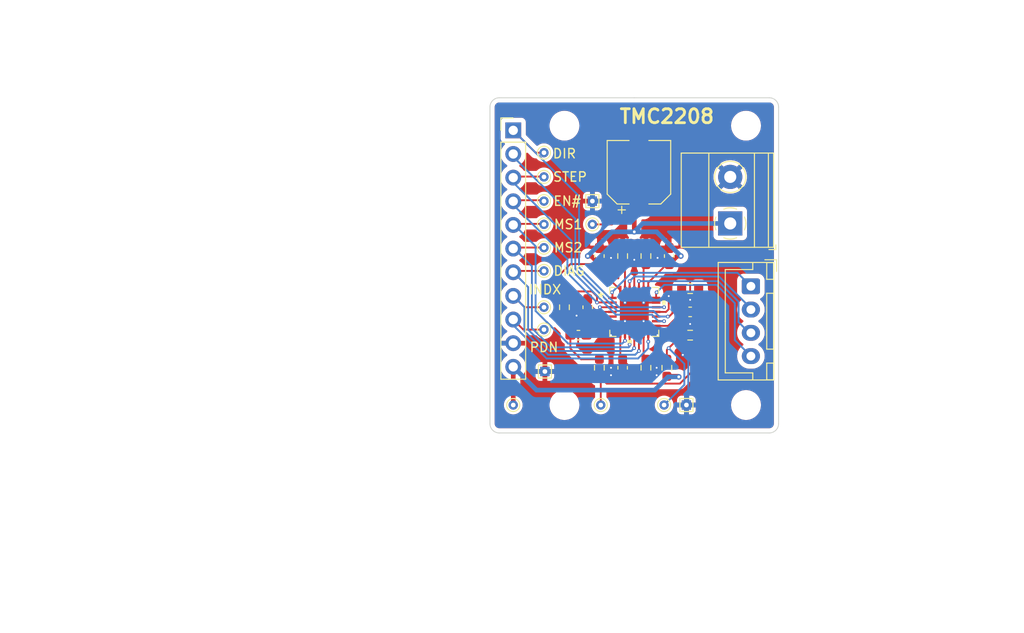
<source format=kicad_pcb>
(kicad_pcb (version 20211014) (generator pcbnew)
  (layers (0 "F.Cu" signal) (31 "B.Cu" signal) (34 "B.Paste" user) (35 "F.Paste" user) (36 "B.SilkS" user "B.Silkscreen") (37 "F.SilkS" user "F.Silkscreen") (38 "B.Mask" user) (39 "F.Mask" user) (44 "Edge.Cuts" user))
  (net 0 "")
  (net 1 "GND")
  (net 2 "+3V3")
  (net 3 "/VCC_IO")
  (net 4 "+5V")
  (net 5 "/CPI")
  (net 6 "/CPO")
  (net 7 "/VCP")
  (net 8 "/VS")
  (net 9 "/EN#")
  (net 10 "/DIR")
  (net 11 "/MS1")
  (net 12 "/MS2")
  (net 13 "/STEP")
  (net 14 "/DIAG")
  (net 15 "/INDEX")
  (net 16 "/PDN_UART")
  (net 17 "/OA1")
  (net 18 "/OA2")
  (net 19 "/OB1")
  (net 20 "/OB2")
  (net 21 "/BRB")
  (net 22 "/BRA")
  (net 23 "/VREF")
  (net 24 "/CLK")
  (footprint "TestPoint:TestPoint_THTPad_D1.0mm_Drill0.5mm" (layer "F.Cu") (at 147.3 43.9)
    (fp_text reference "TP2" hide)
    (fp_text value "DIR" (at 2.2 0.1) (layer "F.SilkS"))
    (fp_circle (center 0 0) (end 0 0.7) (layer "F.SilkS") (width 0.12) (fill none))
    (pad "1" thru_hole circle (at 0 0) (size 1 1) (drill 0.5) (layers *.Cu *.Mask) (net 10 "/DIR"))
  )
  (footprint "TestPoint:TestPoint_THTPad_1.0x1.0mm_Drill0.5mm" (layer "F.Cu") (at 152.5 49.1)
    (fp_text reference "TP20" hide)
    (fp_text value "TestPoint")
    (fp_line (start 0.7 -0.7) (end 0.7 0.7) (layer "F.SilkS") (width 0.12))
    (fp_line (start -0.7 0.7) (end -0.7 -0.7) (layer "F.SilkS") (width 0.12))
    (fp_line (start 0.7 0.7) (end -0.7 0.7) (layer "F.SilkS") (width 0.12))
    (fp_line (start -0.7 -0.7) (end 0.7 -0.7) (layer "F.SilkS") (width 0.12))
    (pad "1" thru_hole rect (at 0 0) (size 1 1) (drill 0.5) (layers *.Cu *.Mask) (net 1 "GND"))
  )
  (footprint "MountingHole:MountingHole_2.2mm_M2" (layer "F.Cu") (at 149.5 71)
    (fp_text reference "H2" hide)
    (fp_text value "MountingHole")
    (pad "" np_thru_hole circle (at 0 0) (size 2.2 2.2) (drill 2.2) (layers *.Cu *.Mask))
  )
  (footprint "Capacitor_SMD:C_0603_1608Metric_Pad1.08x0.95mm_HandSolder" (layer "F.Cu") (at 163 61)
    (fp_text reference "C4" hide)
    (fp_text value "100n")
    (fp_line (start -0.146267 -0.51) (end 0.146267 -0.51) (layer "F.SilkS") (width 0.12))
    (fp_line (start -0.146267 0.51) (end 0.146267 0.51) (layer "F.SilkS") (width 0.12))
    (pad "1" smd roundrect (at -0.8625 0) (size 1.075 0.95) (layers "F.Cu" "F.Paste" "F.Mask") (net 3 "/VCC_IO"))
    (pad "2" smd roundrect (at 0.8625 0) (size 1.075 0.95) (layers "F.Cu" "F.Paste" "F.Mask") (net 1 "GND"))
  )
  (footprint "TestPoint:TestPoint_THTPad_D1.0mm_Drill0.5mm" (layer "F.Cu") (at 153.4 71)
    (fp_text reference "TP15" hide)
    (fp_text value "TestPoint")
    (fp_circle (center 0 0) (end 0 0.7) (layer "F.SilkS") (width 0.12) (fill none))
    (pad "1" thru_hole circle (at 0 0) (size 1 1) (drill 0.5) (layers *.Cu *.Mask) (net 4 "+5V"))
  )
  (footprint "TestPoint:TestPoint_THTPad_D1.0mm_Drill0.5mm" (layer "F.Cu") (at 147.3 54.1)
    (fp_text reference "TP4" hide)
    (fp_text value "MS2" (at 2.6 0) (layer "F.SilkS"))
    (fp_circle (center 0 0) (end 0 0.7) (layer "F.SilkS") (width 0.12) (fill none))
    (pad "1" thru_hole circle (at 0 0) (size 1 1) (drill 0.5) (layers *.Cu *.Mask) (net 12 "/MS2"))
  )
  (footprint "Connector_JST:JST_XH_B4B-XH-A_1x04_P2.50mm_Vertical" (layer "F.Cu") (at 169.525 58.25 -90)
    (fp_text reference "J3" hide)
    (fp_text value "Conn_01x04")
    (fp_line (start -1.8 2.75) (end 3.75 2.75) (layer "F.SilkS") (width 0.12))
    (fp_line (start 6.75 -1.7) (end 6.75 -2.45) (layer "F.SilkS") (width 0.12))
    (fp_line (start 9.3 2.75) (end 3.75 2.75) (layer "F.SilkS") (width 0.12))
    (fp_line (start 9.3 -0.2) (end 9.3 2.75) (layer "F.SilkS") (width 0.12))
    (fp_line (start -2.56 3.51) (end 10.06 3.51) (layer "F.SilkS") (width 0.12))
    (fp_line (start 10.06 3.51) (end 10.06 -2.46) (layer "F.SilkS") (width 0.12))
    (fp_line (start -2.85 -2.75) (end -2.85 -1.5) (layer "F.SilkS") (width 0.12))
    (fp_line (start 10.05 -0.2) (end 9.3 -0.2) (layer "F.SilkS") (width 0.12))
    (fp_line (start -1.8 -0.2) (end -1.8 2.75) (layer "F.SilkS") (width 0.12))
    (fp_line (start 8.25 -2.45) (end 8.25 -1.7) (layer "F.SilkS") (width 0.12))
    (fp_line (start -2.55 -0.2) (end -1.8 -0.2) (layer "F.SilkS") (width 0.12))
    (fp_line (start 10.06 -2.46) (end -2.56 -2.46) (layer "F.SilkS") (width 0.12))
    (fp_line (start 10.05 -1.7) (end 10.05 -2.45) (layer "F.SilkS") (width 0.12))
    (fp_line (start -2.55 -2.45) (end -2.55 -1.7) (layer "F.SilkS") (width 0.12))
    (fp_line (start 0.75 -1.7) (end 6.75 -1.7) (layer "F.SilkS") (width 0.12))
    (fp_line (start 8.25 -1.7) (end 10.05 -1.7) (layer "F.SilkS") (width 0.12))
    (fp_line (start -2.55 -1.7) (end -0.75 -1.7) (layer "F.SilkS") (width 0.12))
    (fp_line (start -2.56 -2.46) (end -2.56 3.51) (layer "F.SilkS") (width 0.12))
    (fp_line (start 6.75 -2.45) (end 0.75 -2.45) (layer "F.SilkS") (width 0.12))
    (fp_line (start 0.75 -2.45) (end 0.75 -1.7) (layer "F.SilkS") (width 0.12))
    (fp_line (start -0.75 -1.7) (end -0.75 -2.45) (layer "F.SilkS") (width 0.12))
    (fp_line (start -1.6 -2.75) (end -2.85 -2.75) (layer "F.SilkS") (width 0.12))
    (fp_line (start 10.05 -2.45) (end 8.25 -2.45) (layer "F.SilkS") (width 0.12))
    (fp_line (start -0.75 -2.45) (end -2.55 -2.45) (layer "F.SilkS") (width 0.12))
    (pad "1" thru_hole roundrect (at 0 0 270) (size 1.7 1.95) (drill 0.95) (layers *.Cu *.Mask) (roundrect_rratio 0.1470588235) (net 20 "/OB2"))
    (pad "2" thru_hole oval (at 2.5 0 270) (size 1.7 1.95) (drill 0.95) (layers *.Cu *.Mask) (net 19 "/OB1"))
    (pad "3" thru_hole oval (at 5 0 270) (size 1.7 1.95) (drill 0.95) (layers *.Cu *.Mask) (net 17 "/OA1"))
    (pad "4" thru_hole oval (at 7.5 0 270) (size 1.7 1.95) (drill 0.95) (layers *.Cu *.Mask) (net 18 "/OA2"))
  )
  (footprint "TestPoint:TestPoint_THTPad_D1.0mm_Drill0.5mm" (layer "F.Cu") (at 147.3 56.6)
    (fp_text reference "TP6" hide)
    (fp_text value "DIAG" (at 2.7 0) (layer "F.SilkS"))
    (fp_circle (center 0 0) (end 0 0.7) (layer "F.SilkS") (width 0.12) (fill none))
    (pad "1" thru_hole circle (at 0 0) (size 1 1) (drill 0.5) (layers *.Cu *.Mask) (net 14 "/DIAG"))
  )
  (footprint "TestPoint:TestPoint_THTPad_1.0x1.0mm_Drill0.5mm" (layer "F.Cu") (at 162.6 71)
    (fp_text reference "TP19" hide)
    (fp_text value "TestPoint")
    (fp_line (start -0.7 -0.7) (end 0.7 -0.7) (layer "F.SilkS") (width 0.12))
    (fp_line (start -0.7 0.7) (end -0.7 -0.7) (layer "F.SilkS") (width 0.12))
    (fp_line (start 0.7 -0.7) (end 0.7 0.7) (layer "F.SilkS") (width 0.12))
    (fp_line (start 0.7 0.7) (end -0.7 0.7) (layer "F.SilkS") (width 0.12))
    (pad "1" thru_hole rect (at 0 0) (size 1 1) (drill 0.5) (layers *.Cu *.Mask) (net 1 "GND"))
  )
  (footprint "Resistor_SMD:R_0603_1608Metric_Pad0.98x0.95mm_HandSolder" (layer "F.Cu") (at 160.5 67 -90)
    (fp_text reference "R6" hide)
    (fp_text value "0")
    (fp_line (start -0.254724 0.5225) (end 0.254724 0.5225) (layer "F.SilkS") (width 0.12))
    (fp_line (start -0.254724 -0.5225) (end 0.254724 -0.5225) (layer "F.SilkS") (width 0.12))
    (pad "1" smd roundrect (at -0.9125 0 270) (size 0.975 0.95) (layers "F.Cu" "F.Paste" "F.Mask") (net 3 "/VCC_IO"))
    (pad "2" smd roundrect (at 0.9125 0 270) (size 0.975 0.95) (layers "F.Cu" "F.Paste" "F.Mask") (net 2 "+3V3"))
  )
  (footprint "Capacitor_SMD:C_0603_1608Metric_Pad1.08x0.95mm_HandSolder" (layer "F.Cu") (at 155.75 67 -90)
    (fp_text reference "C1" hide)
    (fp_text value "2.2u")
    (fp_line (start -0.146267 -0.51) (end 0.146267 -0.51) (layer "F.SilkS") (width 0.12))
    (fp_line (start -0.146267 0.51) (end 0.146267 0.51) (layer "F.SilkS") (width 0.12))
    (pad "1" smd roundrect (at -0.8625 0 270) (size 1.075 0.95) (layers "F.Cu" "F.Paste" "F.Mask") (net 4 "+5V"))
    (pad "2" smd roundrect (at 0.8625 0 270) (size 1.075 0.95) (layers "F.Cu" "F.Paste" "F.Mask") (net 1 "GND"))
  )
  (footprint "MountingHole:MountingHole_2.2mm_M2" (layer "F.Cu") (at 149.5 41)
    (fp_text reference "H1" hide)
    (fp_text value "MountingHole")
    (pad "" np_thru_hole circle (at 0 0) (size 2.2 2.2) (drill 2.2) (layers *.Cu *.Mask))
  )
  (footprint "TestPoint:TestPoint_THTPad_D1.0mm_Drill0.5mm" (layer "F.Cu") (at 147.3 49.1)
    (fp_text reference "TP1" hide)
    (fp_text value "EN#" (at 2.5 0) (layer "F.SilkS"))
    (fp_circle (center 0 0) (end 0 0.7) (layer "F.SilkS") (width 0.12) (fill none))
    (pad "1" thru_hole circle (at 0 0) (size 1 1) (drill 0.5) (layers *.Cu *.Mask) (net 9 "/EN#"))
  )
  (footprint "TMC2208-LA:TMC2208-LA" (layer "F.Cu") (at 157 61)
    (fp_text reference "U1")
    (fp_text value "TMC2208-LA" hide)
    (fp_text user "*" (at -3.5893 -1.5) (layer "F.SilkS"))
    (fp_line (start 2.6289 2.6289) (end 2.6289 1.96014) (layer "F.SilkS") (width 0.12))
    (fp_line (start 1.96014 2.6289) (end 2.6289 2.6289) (layer "F.SilkS") (width 0.12))
    (fp_line (start -2.6289 1.96014) (end -2.6289 2.6289) (layer "F.SilkS") (width 0.12))
    (fp_line (start 2.6289 -1.96014) (end 2.6289 -2.6289) (layer "F.SilkS") (width 0.12))
    (fp_line (start -2.6289 -2.6289) (end -2.6289 -1.96014) (layer "F.SilkS") (width 0.12))
    (fp_line (start -1.96014 -2.6289) (end -2.6289 -2.6289) (layer "F.SilkS") (width 0.12))
    (fp_line (start -2.6289 2.6289) (end -1.96014 2.6289) (layer "F.SilkS") (width 0.12))
    (fp_line (start 2.6289 -2.6289) (end 1.96014 -2.6289) (layer "F.SilkS") (width 0.12))
    (fp_poly (pts (xy 3.309899 -1.190501) (xy 3.309899 -0.809501) (xy 3.055899 -0.809501) (xy 3.055899 -1.190501)) (layer "F.SilkS") (width 0.1) (fill solid))
    (fp_poly (pts (xy -0.690499 3.055899) (xy -0.690499 3.309899) (xy -0.309499 3.309899) (xy -0.309499 3.055899)) (layer "F.SilkS") (width 0.1) (fill solid))
    (pad "1" smd rect (at -2.3471 -1.5 90) (size 0.2548 0.909599) (layers "F.Cu" "F.Paste" "F.Mask") (net 20 "/OB2"))
    (pad "2" smd rect (at -2.3471 -1.000001 90) (size 0.2548 0.909599) (layers "F.Cu" "F.Paste" "F.Mask") (net 9 "/EN#"))
    (pad "3" smd rect (at -2.3471 -0.499999 90) (size 0.2548 0.909599) (layers "F.Cu" "F.Paste" "F.Mask") (net 1 "GND"))
    (pad "4" smd rect (at -2.3471 0 90) (size 0.2548 0.909599) (layers "F.Cu" "F.Paste" "F.Mask") (net 6 "/CPO"))
    (pad "5" smd rect (at -2.3471 0.499999 90) (size 0.2548 0.909599) (layers "F.Cu" "F.Paste" "F.Mask") (net 5 "/CPI"))
    (pad "6" smd rect (at -2.3471 1.000001 90) (size 0.2548 0.909599) (layers "F.Cu" "F.Paste" "F.Mask") (net 7 "/VCP"))
    (pad "7" smd rect (at -2.3471 1.5 90) (size 0.2548 0.909599) (layers "F.Cu" "F.Paste" "F.Mask") (net 1 "GND"))
    (pad "8" smd rect (at -1.5 2.3471) (size 0.2548 0.909599) (layers "F.Cu" "F.Paste" "F.Mask") (net 4 "+5V"))
    (pad "9" smd rect (at -1.000001 2.3471) (size 0.2548 0.909599) (layers "F.Cu" "F.Paste" "F.Mask") (net 11 "/MS1"))
    (pad "10" smd rect (at -0.499999 2.3471) (size 0.2548 0.909599) (layers "F.Cu" "F.Paste" "F.Mask") (net 12 "/MS2"))
    (pad "11" smd rect (at 0 2.3471) (size 0.2548 0.909599) (layers "F.Cu" "F.Paste" "F.Mask") (net 14 "/DIAG"))
    (pad "12" smd rect (at 0.499999 2.3471) (size 0.2548 0.909599) (layers "F.Cu" "F.Paste" "F.Mask") (net 15 "/INDEX"))
    (pad "13" smd rect (at 1.000001 2.3471) (size 0.2548 0.909599) (layers "F.Cu" "F.Paste" "F.Mask") (net 24 "/CLK"))
    (pad "14" smd rect (at 1.5 2.3471) (size 0.2548 0.909599) (layers "F.Cu" "F.Paste" "F.Mask") (net 16 "/PDN_UART"))
    (pad "15" smd rect (at 2.3471 1.5 90) (size 0.2548 0.909599) (layers "F.Cu" "F.Paste" "F.Mask") (net 3 "/VCC_IO"))
    (pad "16" smd rect (at 2.3471 1.000001 90) (size 0.2548 0.909599) (layers "F.Cu" "F.Paste" "F.Mask") (net 13 "/STEP"))
    (pad "17" smd rect (at 2.3471 0.499999 90) (size 0.2548 0.909599) (layers "F.Cu" "F.Paste" "F.Mask") (net 23 "/VREF"))
    (pad "18" smd rect (at 2.3471 0 90) (size 0.2548 0.909599) (layers "F.Cu" "F.Paste" "F.Mask") (net 1 "GND"))
    (pad "19" smd rect (at 2.3471 -0.499999 90) (size 0.2548 0.909599) (layers "F.Cu" "F.Paste" "F.Mask") (net 10 "/DIR"))
    (pad "20" smd rect (at 2.3471 -1.000001 90) (size 0.2548 0.909599) (layers "F.Cu" "F.Paste" "F.Mask") (net 1 "GND"))
    (pad "21" smd rect (at 2.3471 -1.5 90) (size 0.2548 0.909599) (layers "F.Cu" "F.Paste" "F.Mask") (net 18 "/OA2"))
    (pad "22" smd rect (at 1.5 -2.3471) (size 0.2548 0.909599) (layers "F.Cu" "F.Paste" "F.Mask") (net 8 "/VS"))
    (pad "23" smd rect (at 1.000001 -2.3471) (size 0.2548 0.909599) (layers "F.Cu" "F.Paste" "F.Mask") (net 22 "/BRA"))
    (pad "24" smd rect (at 0.499999 -2.3471) (size 0.2548 0.909599) (layers "F.Cu" "F.Paste" "F.Mask") (net 17 "/OA1"))
    (pad "25" smd rect (at 0 -2.3471) (size 0.2548 0.909599) (layers "F.Cu" "F.Paste" "F.Mask") (net 1 "GND"))
    (pad "26" smd rect (at -0.499999 -2.3471) (size 0.2548 0.909599) (layers "F.Cu" "F.Paste" "F.Mask") (net 19 "/OB1"))
    (pad "27" smd rect (at -1.000001 -2.3471) (size 0.2548 0.909599) (layers "F.Cu" "F.Paste" "F.Mask") (net 21 "/BRB"))
    (pad "28" smd rect (at -1.5 -2.3471) (size 0.2548 0.909599) (layers "F.Cu" "F.Paste" "F.Mask") (net 8 "/VS"))
    (pad "29" smd rect (at 0 0) (size 3.0988 3.0988) (layers "F.Cu" "F.Paste" "F.Mask") (net 1 "GND"))
  )
  (footprint "Resistor_SMD:R_0603_1608Metric_Pad0.98x0.95mm_HandSolder" (layer "F.Cu") (at 158.25 55 -90)
    (fp_text reference "R3" hide)
    (fp_text value "0.75")
    (fp_line (start -0.254724 -0.5225) (end 0.254724 -0.5225) (layer "F.SilkS") (width 0.12))
    (fp_line (start -0.254724 0.5225) (end 0.254724 0.5225) (layer "F.SilkS") (width 0.12))
    (pad "1" smd roundrect (at -0.9125 0 270) (size 0.975 0.95) (layers "F.Cu" "F.Paste" "F.Mask") (net 1 "GND"))
    (pad "2" smd roundrect (at 0.9125 0 270) (size 0.975 0.95) (layers "F.Cu" "F.Paste" "F.Mask") (net 22 "/BRA"))
  )
  (footprint "Resistor_SMD:R_0603_1608Metric_Pad0.98x0.95mm_HandSolder" (layer "F.Cu") (at 153.25 67 -90)
    (fp_text reference "R8" hide)
    (fp_text value "0")
    (fp_line (start -0.254724 0.5225) (end 0.254724 0.5225) (layer "F.SilkS") (width 0.12))
    (fp_line (start -0.254724 -0.5225) (end 0.254724 -0.5225) (layer "F.SilkS") (width 0.12))
    (pad "1" smd roundrect (at -0.9125 0 270) (size 0.975 0.95) (layers "F.Cu" "F.Paste" "F.Mask") (net 8 "/VS"))
    (pad "2" smd roundrect (at 0.9125 0 270) (size 0.975 0.95) (layers "F.Cu" "F.Paste" "F.Mask") (net 4 "+5V"))
  )
  (footprint "Capacitor_SMD:C_0603_1608Metric_Pad1.08x0.95mm_HandSolder" (layer "F.Cu") (at 153.25 55 90)
    (fp_text reference "C5" hide)
    (fp_text value "100n")
    (fp_line (start -0.146267 0.51) (end 0.146267 0.51) (layer "F.SilkS") (width 0.12))
    (fp_line (start -0.146267 -0.51) (end 0.146267 -0.51) (layer "F.SilkS") (width 0.12))
    (pad "1" smd roundrect (at -0.8625 0 90) (size 1.075 0.95) (layers "F.Cu" "F.Paste" "F.Mask") (net 8 "/VS"))
    (pad "2" smd roundrect (at 0.8625 0 90) (size 1.075 0.95) (layers "F.Cu" "F.Paste" "F.Mask") (net 1 "GND"))
  )
  (footprint "Connector_PinHeader_2.54mm:PinHeader_1x11_P2.54mm_Vertical" (layer "F.Cu") (at 144 41.5)
    (fp_text reference "J1" hide)
    (fp_text value "Conn_01x11")
    (fp_line (start -1.33 1.27) (end -1.33 26.73) (layer "F.SilkS") (width 0.12))
    (fp_line (start -1.33 0) (end -1.33 -1.33) (layer "F.SilkS") (width 0.12))
    (fp_line (start 1.33 1.27) (end 1.33 26.73) (layer "F.SilkS") (width 0.12))
    (fp_line (start -1.33 26.73) (end 1.33 26.73) (layer "F.SilkS") (width 0.12))
    (fp_line (start -1.33 1.27) (end 1.33 1.27) (layer "F.SilkS") (width 0.12))
    (fp_line (start -1.33 -1.33) (end 0 -1.33) (layer "F.SilkS") (width 0.12))
    (pad "1" thru_hole rect (at 0 0) (size 1.7 1.7) (drill 1) (layers *.Cu *.Mask) (net 10 "/DIR"))
    (pad "2" thru_hole oval (at 0 2.54) (size 1.7 1.7) (drill 1) (layers *.Cu *.Mask) (net 23 "/VREF"))
    (pad "3" thru_hole oval (at 0 5.08) (size 1.7 1.7) (drill 1) (layers *.Cu *.Mask) (net 13 "/STEP"))
    (pad "4" thru_hole oval (at 0 7.62) (size 1.7 1.7) (drill 1) (layers *.Cu *.Mask) (net 9 "/EN#"))
    (pad "5" thru_hole oval (at 0 10.16) (size 1.7 1.7) (drill 1) (layers *.Cu *.Mask) (net 11 "/MS1"))
    (pad "6" thru_hole oval (at 0 12.7) (size 1.7 1.7) (drill 1) (layers *.Cu *.Mask) (net 12 "/MS2"))
    (pad "7" thru_hole oval (at 0 15.24) (size 1.7 1.7) (drill 1) (layers *.Cu *.Mask) (net 14 "/DIAG"))
    (pad "8" thru_hole oval (at 0 17.78) (size 1.7 1.7) (drill 1) (layers *.Cu *.Mask) (net 15 "/INDEX"))
    (pad "9" thru_hole oval (at 0 20.32) (size 1.7 1.7) (drill 1) (layers *.Cu *.Mask) (net 16 "/PDN_UART"))
    (pad "10" thru_hole oval (at 0 22.86) (size 1.7 1.7) (drill 1) (layers *.Cu *.Mask) (net 1 "GND"))
    (pad "11" thru_hole oval (at 0 25.4) (size 1.7 1.7) (drill 1) (layers *.Cu *.Mask) (net 2 "+3V3"))
  )
  (footprint "TestPoint:TestPoint_THTPad_D1.0mm_Drill0.5mm" (layer "F.Cu") (at 147.3 60.5)
    (fp_text reference "TP7" hide)
    (fp_text value "INDX" (at 0.1 -1.9) (layer "F.SilkS"))
    (fp_circle (center 0 0) (end 0 0.7) (layer "F.SilkS") (width 0.12) (fill none))
    (pad "1" thru_hole circle (at 0 0) (size 1 1) (drill 0.5) (layers *.Cu *.Mask) (net 15 "/INDEX"))
  )
  (footprint "Resistor_SMD:R_0603_1608Metric_Pad0.98x0.95mm_HandSolder" (layer "F.Cu") (at 155.75 55 90)
    (fp_text reference "R2" hide)
    (fp_text value "0.75")
    (fp_line (start -0.254724 -0.5225) (end 0.254724 -0.5225) (layer "F.SilkS") (width 0.12))
    (fp_line (start -0.254724 0.5225) (end 0.254724 0.5225) (layer "F.SilkS") (width 0.12))
    (pad "1" smd roundrect (at -0.9125 0 90) (size 0.975 0.95) (layers "F.Cu" "F.Paste" "F.Mask") (net 21 "/BRB"))
    (pad "2" smd roundrect (at 0.9125 0 90) (size 0.975 0.95) (layers "F.Cu" "F.Paste" "F.Mask") (net 1 "GND"))
  )
  (footprint "Capacitor_SMD:C_0603_1608Metric_Pad1.08x0.95mm_HandSolder" (layer "F.Cu") (at 151 63.5 180)
    (fp_text reference "C3" hide)
    (fp_text value "100n")
    (fp_line (start -0.146267 0.51) (end 0.146267 0.51) (layer "F.SilkS") (width 0.12))
    (fp_line (start -0.146267 -0.51) (end 0.146267 -0.51) (layer "F.SilkS") (width 0.12))
    (pad "1" smd roundrect (at -0.8625 0 180) (size 1.075 0.95) (layers "F.Cu" "F.Paste" "F.Mask") (net 7 "/VCP"))
    (pad "2" smd roundrect (at 0.8625 0 180) (size 1.075 0.95) (layers "F.Cu" "F.Paste" "F.Mask") (net 8 "/VS"))
  )
  (footprint "TestPoint:TestPoint_THTPad_D1.0mm_Drill0.5mm" (layer "F.Cu") (at 147.3 46.5)
    (fp_text reference "TP5" hide)
    (fp_text value "STEP" (at 2.8 0) (layer "F.SilkS"))
    (fp_circle (center 0 0) (end 0 0.7) (layer "F.SilkS") (width 0.12) (fill none))
    (pad "1" thru_hole circle (at 0 0) (size 1 1) (drill 0.5) (layers *.Cu *.Mask) (net 13 "/STEP"))
  )
  (footprint "Resistor_SMD:R_0603_1608Metric_Pad0.98x0.95mm_HandSolder" (layer "F.Cu") (at 149.5 60.5 90)
    (fp_text reference "R1" hide)
    (fp_text value "0")
    (fp_line (start -0.254724 -0.5225) (end 0.254724 -0.5225) (layer "F.SilkS") (width 0.12))
    (fp_line (start -0.254724 0.5225) (end 0.254724 0.5225) (layer "F.SilkS") (width 0.12))
    (pad "1" smd roundrect (at -0.9125 0 90) (size 0.975 0.95) (layers "F.Cu" "F.Paste" "F.Mask") (net 1 "GND"))
    (pad "2" smd roundrect (at 0.9125 0 90) (size 0.975 0.95) (layers "F.Cu" "F.Paste" "F.Mask") (net 9 "/EN#"))
  )
  (footprint "Resistor_SMD:R_0603_1608Metric_Pad0.98x0.95mm_HandSolder" (layer "F.Cu") (at 158.25 67 90)
    (fp_text reference "R7" hide)
    (fp_text value "0")
    (fp_line (start -0.254724 0.5225) (end 0.254724 0.5225) (layer "F.SilkS") (width 0.12))
    (fp_line (start -0.254724 -0.5225) (end 0.254724 -0.5225) (layer "F.SilkS") (width 0.12))
    (pad "1" smd roundrect (at -0.9125 0 90) (size 0.975 0.95) (layers "F.Cu" "F.Paste" "F.Mask") (net 1 "GND"))
    (pad "2" smd roundrect (at 0.9125 0 90) (size 0.975 0.95) (layers "F.Cu" "F.Paste" "F.Mask") (net 24 "/CLK"))
  )
  (footprint "MountingHole:MountingHole_2.2mm_M2" (layer "F.Cu") (at 169 41)
    (fp_text reference "H4" hide)
    (fp_text value "MountingHole")
    (pad "" np_thru_hole circle (at 0 0) (size 2.2 2.2) (drill 2.2) (layers *.Cu *.Mask))
  )
  (footprint "Capacitor_SMD:C_0603_1608Metric_Pad1.08x0.95mm_HandSolder" (layer "F.Cu") (at 152 60.5 90)
    (fp_text reference "C2" hide)
    (fp_text value "22n")
    (fp_line (start -0.146267 -0.51) (end 0.146267 -0.51) (layer "F.SilkS") (width 0.12))
    (fp_line (start -0.146267 0.51) (end 0.146267 0.51) (layer "F.SilkS") (width 0.12))
    (pad "1" smd roundrect (at -0.8625 0 90) (size 1.075 0.95) (layers "F.Cu" "F.Paste" "F.Mask") (net 5 "/CPI"))
    (pad "2" smd roundrect (at 0.8625 0 90) (size 1.075 0.95) (layers "F.Cu" "F.Paste" "F.Mask") (net 6 "/CPO"))
  )
  (footprint "TerminalBlock_Phoenix:TerminalBlock_Phoenix_MKDS-1,5-2_1x02_P5.00mm_Horizontal" (layer "F.Cu") (at 167.305 51.5 90)
    (fp_text reference "J4" hide)
    (fp_text value "Conn_01x02")
    (fp_line (start -2.56 -2.301) (end 7.56 -2.301) (layer "F.SilkS") (width 0.12))
    (fp_line (start 7.56 -5.261) (end 7.56 4.66) (layer "F.SilkS") (width 0.12))
    (fp_line (start -2.56 4.66) (end 7.56 4.66) (layer "F.SilkS") (width 0.12))
    (fp_line (start 3.773 1.023) (end 3.726 1.069) (layer "F.SilkS") (width 0.12))
    (fp_line (start -2.56 2.6) (end 7.56 2.6) (layer "F.SilkS") (width 0.12))
    (fp_line (start -2.8 4.9) (end -2.3 4.9) (layer "F.SilkS") (width 0.12))
    (fp_line (start -2.56 4.1) (end 7.56 4.1) (layer "F.SilkS") (width 0.12))
    (fp_line (start 6.275 -1.069) (end 6.228 -1.023) (layer "F.SilkS") (width 0.12))
    (fp_line (start 6.07 -1.275) (end 6.035 -1.239) (layer "F.SilkS") (width 0.12))
    (fp_line (start 3.966 1.239) (end 3.931 1.274) (layer "F.SilkS") (width 0.12))
    (fp_line (start -2.56 -5.261) (end 7.56 -5.261) (layer "F.SilkS") (width 0.12))
    (fp_line (start -2.8 4.16) (end -2.8 4.9) (layer "F.SilkS") (width 0.12))
    (fp_line (start -2.56 -5.261) (end -2.56 4.66) (layer "F.SilkS") (width 0.12))
    (fp_arc (start 0.028805 1.680253) (mid -0.335551 1.646659) (end -0.684 1.535) (layer "F.SilkS") (width 0.12))
    (fp_arc (start -1.535427 0.683042) (mid -1.680501 -0.000524) (end -1.535 -0.684) (layer "F.SilkS") (width 0.12))
    (fp_arc (start 0.683318 1.534756) (mid 0.349292 1.643288) (end 0 1.68) (layer "F.SilkS") (width 0.12))
    (fp_arc (start -0.683042 -1.535427) (mid 0.000524 -1.680501) (end 0.684 -1.535) (layer "F.SilkS") (width 0.12))
    (fp_arc (start 1.535427 -0.683042) (mid 1.680501 0.000524) (end 1.535 0.684) (layer "F.SilkS") (width 0.12))
    (fp_circle (center 5 0) (end 6.68 0) (layer "F.SilkS") (width 0.12) (fill none))
    (pad "1" thru_hole rect (at 0 0 90) (size 2.6 2.6) (drill 1.3) (layers *.Cu *.Mask) (net 8 "/VS"))
    (pad "2" thru_hole circle (at 5 0 90) (size 2.6 2.6) (drill 1.3) (layers *.Cu *.Mask) (net 1 "GND"))
  )
  (footprint "TestPoint:TestPoint_THTPad_D1.0mm_Drill0.5mm" (layer "F.Cu") (at 147.3 51.6)
    (fp_text reference "TP3" hide)
    (fp_text value "MS1" (at 2.6 0) (layer "F.SilkS"))
    (fp_circle (center 0 0) (end 0 0.7) (layer "F.SilkS") (width 0.12) (fill none))
    (pad "1" thru_hole circle (at 0 0) (size 1 1) (drill 0.5) (layers *.Cu *.Mask) (net 11 "/MS1"))
  )
  (footprint "Capacitor_SMD:CP_Elec_6.3x5.4" (layer "F.Cu") (at 157.5 46 90)
    (fp_text reference "C7" hide)
    (fp_text value "100u")
    (fp_line (start -3.41 2.345563) (end -3.41 1.06) (layer "F.SilkS") (width 0.12))
    (fp_line (start -4.4375 -1.8475) (end -3.65 -1.8475) (layer "F.SilkS") (width 0.12))
    (fp_line (start 3.41 3.41) (end 3.41 1.06) (layer "F.SilkS") (width 0.12))
    (fp_line (start -4.04375 -2.24125) (end -4.04375 -1.45375) (layer "F.SilkS") (width 0.12))
    (fp_line (start -3.41 -2.345563) (end -3.41 -1.06) (layer "F.SilkS") (width 0.12))
    (fp_line (start -3.41 -2.345563) (end -2.345563 -3.41) (layer "F.SilkS") (width 0.12))
    (fp_line (start -2.345563 -3.41) (end 3.41 -3.41) (layer "F.SilkS") (width 0.12))
    (fp_line (start 3.41 -3.41) (end 3.41 -1.06) (layer "F.SilkS") (width 0.12))
    (fp_line (start -2.345563 3.41) (end 3.41 3.41) (layer "F.SilkS") (width 0.12))
    (fp_line (start -3.41 2.345563) (end -2.345563 3.41) (layer "F.SilkS") (width 0.12))
    (pad "1" smd roundrect (at -2.8 0 90) (size 3.5 1.6) (layers "F.Cu" "F.Paste" "F.Mask") (roundrect_rratio 0.15625) (net 8 "/VS"))
    (pad "2" smd roundrect (at 2.8 0 90) (size 3.5 1.6) (layers "F.Cu" "F.Paste" "F.Mask") (roundrect_rratio 0.15625) (net 1 "GND"))
  )
  (footprint "Capacitor_SMD:C_0603_1608Metric_Pad1.08x0.95mm_HandSolder" (layer "F.Cu") (at 160.75 55 90)
    (fp_text reference "C6" hide)
    (fp_text value "100n")
    (fp_line (start -0.146267 -0.51) (end 0.146267 -0.51) (layer "F.SilkS") (width 0.12))
    (fp_line (start -0.146267 0.51) (end 0.146267 0.51) (layer "F.SilkS") (width 0.12))
    (pad "1" smd roundrect (at -0.8625 0 90) (size 1.075 0.95) (layers "F.Cu" "F.Paste" "F.Mask") (net 8 "/VS"))
    (pad "2" smd roundrect (at 0.8625 0 90) (size 1.075 0.95) (layers "F.Cu" "F.Paste" "F.Mask") (net 1 "GND"))
  )
  (footprint "TestPoint:TestPoint_THTPad_D1.0mm_Drill0.5mm" (layer "F.Cu") (at 152.5 51.6)
    (fp_text reference "TP14" hide)
    (fp_text value "TestPoint")
    (fp_circle (center 0 0) (end 0 0.7) (layer "F.SilkS") (width 0.12) (fill none))
    (pad "1" thru_hole circle (at 0 0) (size 1 1) (drill 0.5) (layers *.Cu *.Mask) (net 8 "/VS"))
  )
  (footprint "Resistor_SMD:R_0603_1608Metric_Pad0.98x0.95mm_HandSolder" (layer "F.Cu") (at 163 58.5 180)
    (fp_text reference "R5" hide)
    (fp_text value "33k")
    (fp_line (start -0.254724 0.5225) (end 0.254724 0.5225) (layer "F.SilkS") (width 0.12))
    (fp_line (start -0.254724 -0.5225) (end 0.254724 -0.5225) (layer "F.SilkS") (width 0.12))
    (pad "1" smd roundrect (at -0.9125 0 180) (size 0.975 0.95) (layers "F.Cu" "F.Paste" "F.Mask") (net 4 "+5V"))
    (pad "2" smd roundrect (at 0.9125 0 180) (size 0.975 0.95) (layers "F.Cu" "F.Paste" "F.Mask") (net 23 "/VREF"))
  )
  (footprint "MountingHole:MountingHole_2.2mm_M2" (layer "F.Cu") (at 169 71)
    (fp_text reference "H3" hide)
    (fp_text value "MountingHole")
    (pad "" np_thru_hole circle (at 0 0) (size 2.2 2.2) (drill 2.2) (layers *.Cu *.Mask))
  )
  (footprint "TestPoint:TestPoint_THTPad_D1.0mm_Drill0.5mm" (layer "F.Cu") (at 160.2 71)
    (fp_text reference "TP12" hide)
    (fp_text value "TestPoint")
    (fp_circle (center 0 0) (end 0 0.7) (layer "F.SilkS") (width 0.12) (fill none))
    (pad "1" thru_hole circle (at 0 0) (size 1 1) (drill 0.5) (layers *.Cu *.Mask) (net 3 "/VCC_IO"))
  )
  (footprint "Fiducial:Fiducial_0.5mm_Mask1.5mm" (layer "F.Cu") (at 153.5 41)
    (fp_text reference "FID1" hide)
    (fp_text value "Fiducial")
    (pad "" smd circle (at 0 0) (size 0.5 0.5) (layers "F.Cu" "F.Mask") (clearance 0.5))
  )
  (footprint "TestPoint:TestPoint_THTPad_1.0x1.0mm_Drill0.5mm" (layer "F.Cu") (at 147.4 67.4)
    (fp_text reference "TP18" hide)
    (fp_text value "TestPoint")
    (fp_line (start -0.7 -0.7) (end 0.7 -0.7) (layer "F.SilkS") (width 0.12))
    (fp_line (start 0.7 0.7) (end -0.7 0.7) (layer "F.SilkS") (width 0.12))
    (fp_line (start -0.7 0.7) (end -0.7 -0.7) (layer "F.SilkS") (width 0.12))
    (fp_line (start 0.7 -0.7) (end 0.7 0.7) (layer "F.SilkS") (width 0.12))
    (pad "1" thru_hole rect (at 0 0) (size 1 1) (drill 0.5) (layers *.Cu *.Mask) (net 1 "GND"))
  )
  (footprint "Fiducial:Fiducial_0.5mm_Mask1.5mm" (layer "F.Cu") (at 165 71)
    (fp_text reference "FID2" hide)
    (fp_text value "Fiducial")
    (pad "" smd circle (at 0 0) (size 0.5 0.5) (layers "F.Cu" "F.Mask") (clearance 0.5))
  )
  (footprint "Resistor_SMD:R_0603_1608Metric_Pad0.98x0.95mm_HandSolder" (layer "F.Cu") (at 163 63.5)
    (fp_text reference "R4" hide)
    (fp_text value "0")
    (fp_line (start -0.254724 0.5225) (end 0.254724 0.5225) (layer "F.SilkS") (width 0.12))
    (fp_line (start -0.254724 -0.5225) (end 0.254724 -0.5225) (layer "F.SilkS") (width 0.12))
    (pad "1" smd roundrect (at -0.9125 0) (size 0.975 0.95) (layers "F.Cu" "F.Paste" "F.Mask") (net 3 "/VCC_IO"))
    (pad "2" smd roundrect (at 0.9125 0) (size 0.975 0.95) (layers "F.Cu" "F.Paste" "F.Mask") (net 4 "+5V"))
  )
  (footprint "TestPoint:TestPoint_THTPad_D1.0mm_Drill0.5mm" (layer "F.Cu") (at 144 71)
    (fp_text reference "TP16" hide)
    (fp_text value "TestPoint")
    (fp_circle (center 0 0) (end 0 0.7) (layer "F.SilkS") (width 0.12) (fill none))
    (pad "1" thru_hole circle (at 0 0) (size 1 1) (drill 0.5) (layers *.Cu *.Mask) (net 2 "+3V3"))
  )
  (footprint "TestPoint:TestPoint_THTPad_D1.0mm_Drill0.5mm" (layer "F.Cu") (at 147.3 62.9)
    (fp_text reference "TP8" hide)
    (fp_text value "PDN" (at 0 1.9) (layer "F.SilkS"))
    (fp_circle (center 0 0) (end 0 0.7) (layer "F.SilkS") (width 0.12) (fill none))
    (pad "1" thru_hole circle (at 0 0) (size 1 1) (drill 0.5) (layers *.Cu *.Mask) (net 16 "/PDN_UART"))
  )
  (gr_line (start 141.5 73) (end 141.5 39) (layer "Edge.Cuts") (width 0.1))
  (gr_arc (start 141.5 39) (mid 141.792893 38.292893) (end 142.5 38) (layer "Edge.Cuts") (width 0.1))
  (gr_arc (start 171.5 38) (mid 172.207107 38.292893) (end 172.5 39) (layer "Edge.Cuts") (width 0.1))
  (gr_line (start 171.5 74) (end 142.5 74) (layer "Edge.Cuts") (width 0.1))
  (gr_line (start 172.5 39) (end 172.5 73) (layer "Edge.Cuts") (width 0.1))
  (gr_line (start 157 38) (end 142.5 38) (layer "Edge.Cuts") (width 0.1))
  (gr_line (start 157 38) (end 171.5 38) (layer "Edge.Cuts") (width 0.1))
  (gr_arc (start 142.5 74) (mid 141.792893 73.707107) (end 141.5 73) (layer "Edge.Cuts") (width 0.1))
  (gr_arc (start 172.5 73) (mid 172.207107 73.707107) (end 171.5 74) (layer "Edge.Cuts") (width 0.1))
  (gr_text "TMC2208" (at 160.5 40) (layer "F.SilkS") (effects (font (size 1.5 1.5) (thickness 0.3))))
  (segment (start 154.6529 60.500001) (end 153.3 60.5) (width 0.2) (layer "F.Cu") (net 1))
  (segment (start 160.407107 61) (end 160.7 60.707107) (width 0.2) (layer "F.Cu") (net 1))
  (segment (start 150.975 64.575) (end 151.4 65) (width 0.2) (layer "F.Cu") (net 1))
  (segment (start 155.5 62.5) (end 154.6529 62.5) (width 0.2) (layer "F.Cu") (net 1))
  (segment (start 160.7 60.707107) (end 160.7 59.3) (width 0.2) (layer "F.Cu") (net 1))
  (segment (start 157 61) (end 156.500001 60.500001) (width 0.2) (layer "F.Cu") (net 1))
  (segment (start 154.6529 63.3471) (end 154.5 63.5) (width 0.2) (layer "F.Cu") (net 1))
  (segment (start 163 64.83514) (end 163 62.3) (width 0.2) (layer "F.Cu") (net 1))
  (segment (start 156.500001 60.500001) (end 154.6529 60.500001) (width 0.2) (layer "F.Cu") (net 1))
  (segment (start 157 61) (end 157 58.6529) (width 0.2) (layer "F.Cu") (net 1))
  (segment (start 162.21757 65.61757) (end 163 64.83514) (width 0.2) (layer "F.Cu") (net 1))
  (segment (start 154.6529 62.5) (end 154.6529 63.3471) (width 0.2) (layer "F.Cu") (net 1))
  (segment (start 150.975 61.575) (end 150.975 64.575) (width 0.2) (layer "F.Cu") (net 1))
  (segment (start 163 59.7) (end 163 57.4) (width 0.2) (layer "F.Cu") (net 1))
  (segment (start 159.4 67) (end 160.83514 67) (width 0.2) (layer "F.Cu") (net 1))
  (segment (start 160.83514 67) (end 162.21757 65.61757) (width 0.2) (layer "F.Cu") (net 1))
  (segment (start 157 58.6529) (end 157 55.4) (width 0.2) (layer "F.Cu") (net 1))
  (segment (start 150.8 61.4) (end 150.975 61.575) (width 0.2) (layer "F.Cu") (net 1))
  (segment (start 157 61) (end 159.3471 61) (width 0.2) (layer "F.Cu") (net 1))
  (segment (start 158 60) (end 159.3471 59.999999) (width 0.2) (layer "F.Cu") (net 1))
  (segment (start 159.3471 61) (end 160.407107 61) (width 0.2) (layer "F.Cu") (net 1))
  (segment (start 156 62) (end 155.5 62.5) (width 0.2) (layer "F.Cu") (net 1))
  (segment (start 154.5 67) (end 152.2 67) (width 0.2) (layer "F.Cu") (net 1))
  (via (at 153.3 60.5) (size 0.4) (drill 0.2) (layers "F.Cu" "B.Cu") (net 1))
  (via (at 159.5 63.5) (size 0.4) (drill 0.2) (layers "F.Cu" "B.Cu") (net 1))
  (via (at 156 60) (size 0.4) (drill 0.2) (layers "F.Cu" "B.Cu") (net 1))
  (via (at 158 62) (size 0.4) (drill 0.2) (layers "F.Cu" "B.Cu") (net 1))
  (via (at 162.21757 65.61757) (size 0.4) (drill 0.2) (layers "F.Cu" "B.Cu") (net 1))
  (via (at 154.5 67.8) (size 0.4) (drill 0.2) (layers "F.Cu" "B.Cu") (net 1))
  (via (at 159.4 67.8) (size 0.4) (drill 0.2) (layers "F.Cu" "B.Cu") (net 1))
  (via (at 163 59.7) (size 0.4) (drill 0.2) (layers "F.Cu" "B.Cu") (net 1))
  (via (at 163 62.3) (size 0.4) (drill 0.2) (layers "F.Cu" "B.Cu") (net 1))
  (via (at 158 60) (size 0.4) (drill 0.2) (layers "F.Cu" "B.Cu") (net 1))
  (via (at 154.5 55.2) (size 0.4) (drill 0.2) (layers "F.Cu" "B.Cu") (net 1))
  (via (at 156 62) (size 0.4) (drill 0.2) (layers "F.Cu" "B.Cu") (net 1))
  (via (at 150.8 61.4) (size 0.4) (drill 0.2) (layers "F.Cu" "B.Cu") (net 1))
  (via (at 159.5 55.2) (size 0.4) (drill 0.2) (layers "F.Cu" "B.Cu") (net 1))
  (via (at 157 55.4) (size 0.4) (drill 0.2) (layers "F.Cu" "B.Cu") (net 1))
  (via (at 160.7 59.3) (size 0.4) (drill 0.2) (layers "F.Cu" "B.Cu") (net 1))
  (via (at 154.5 63.5) (size 0.4) (drill 0.2) (layers "F.Cu" "B.Cu") (net 1))
  (via (at 159.4 67) (size 0.4) (drill 0.2) (layers "F.Cu" "B.Cu") (net 1))
  (via (at 154.5 67) (size 0.4) (drill 0.2) (layers "F.Cu" "B.Cu") (net 1))
  (segment (start 162.8 70.8) (end 162.8 66.2) (width 0.2) (layer "B.Cu") (net 1))
  (segment (start 156 60) (end 156 59.5) (width 0.2) (layer "B.Cu") (net 1))
  (segment (start 162.8 66.2) (end 162.21757 65.61757) (width 0.2) (layer "B.Cu") (net 1))
  (segment (start 162.6 71) (end 162.8 70.8) (width 0.2) (layer "B.Cu") (net 1))
  (segment (start 158 60) (end 158 59.5) (width 0.2) (layer "B.Cu") (net 1))
  (segment (start 161.776089 67.976089) (end 161.7125 67.9125) (width 0.5) (layer "F.Cu") (net 2))
  (segment (start 161.7125 67.9125) (end 160.5 67.9125) (width 0.5) (layer "F.Cu") (net 2))
  (segment (start 144 66.9) (end 144 71) (width 0.5) (layer "F.Cu") (net 2))
  (via (at 161.776089 67.976089) (size 0.6) (drill 0.3) (layers "F.Cu" "B.Cu") (net 2))
  (segment (start 160.623911 67.976089) (end 159.200001 69.399999) (width 0.5) (layer "B.Cu") (net 2))
  (segment (start 146.499999 69.399999) (end 144 66.9) (width 0.5) (layer "B.Cu") (net 2))
  (segment (start 161.776089 67.976089) (end 160.623911 67.976089) (width 0.5) (layer "B.Cu") (net 2))
  (segment (start 159.200001 69.399999) (end 146.499999 69.399999) (width 0.5) (layer "B.Cu") (net 2))
  (segment (start 160.69375 64.89375) (end 162.0875 63.5) (width 0.2) (layer "F.Cu") (net 3))
  (segment (start 159.3471 62.5) (end 160.6375 62.5) (width 0.2) (layer "F.Cu") (net 3))
  (segment (start 162.0875 63.5) (end 162.0875 61.05) (width 0.2) (layer "F.Cu") (net 3))
  (segment (start 160.6375 62.5) (end 162.1375 61) (width 0.2) (layer "F.Cu") (net 3))
  (segment (start 160.5 66.0875) (end 160.5 65.0875) (width 0.2) (layer "F.Cu") (net 3))
  (segment (start 162.0875 61.05) (end 162.1375 61) (width 0.2) (layer "F.Cu") (net 3))
  (segment (start 160.5 65.0875) (end 160.69375 64.89375) (width 0.2) (layer "F.Cu") (net 3))
  (via (at 160.69375 64.89375) (size 0.4) (drill 0.2) (layers "F.Cu" "B.Cu") (net 3))
  (segment (start 160.69375 64.89375) (end 162.376089 66.576089) (width 0.2) (layer "B.Cu") (net 3))
  (segment (start 162.376089 66.576089) (end 162.376089 68.823911) (width 0.2) (layer "B.Cu") (net 3))
  (segment (start 162.376089 68.823911) (end 160.2 71) (width 0.2) (layer "B.Cu") (net 3))
  (segment (start 155.5 65.8875) (end 155.5 63.3471) (width 0.2) (layer "F.Cu") (net 4))
  (segment (start 164.7 59.2875) (end 163.9125 58.5) (width 0.2) (layer "F.Cu") (net 4))
  (segment (start 161.9 68.7) (end 157.1 68.7) (width 0.2) (layer "F.Cu") (net 4))
  (segment (start 157.1 67.4875) (end 157.1 68.7) (width 0.2) (layer "F.Cu") (net 4))
  (segment (start 153.25 67.9125) (end 153.4 68.0625) (width 0.2) (layer "F.Cu") (net 4))
  (segment (start 164.7 62.7125) (end 164.7 59.2875) (width 0.2) (layer "F.Cu") (net 4))
  (segment (start 163.9125 63.5) (end 163.9125 66.6875) (width 0.2) (layer "F.Cu") (net 4))
  (segment (start 153.4 68.0625) (end 153.4 71) (width 0.2) (layer "F.Cu") (net 4))
  (segment (start 155.75 66.1375) (end 155.5 65.8875) (width 0.2) (layer "F.Cu") (net 4))
  (segment (start 157.1 68.7) (end 154.0375 68.7) (width 0.2) (layer "F.Cu") (net 4))
  (segment (start 163.9125 66.6875) (end 161.9 68.7) (width 0.2) (layer "F.Cu") (net 4))
  (segment (start 155.75 66.1375) (end 157.1 67.4875) (width 0.2) (layer "F.Cu") (net 4))
  (segment (start 163.9125 63.5) (end 164.7 62.7125) (width 0.2) (layer "F.Cu") (net 4))
  (segment (start 154.0375 68.7) (end 153.25 67.9125) (width 0.2) (layer "F.Cu") (net 4))
  (segment (start 152.137499 61.499999) (end 154.6529 61.499999) (width 0.2) (layer "F.Cu") (net 5))
  (segment (start 152 61.3625) (end 152.137499 61.499999) (width 0.2) (layer "F.Cu") (net 5))
  (segment (start 153 61) (end 154.6529 61) (width 0.2) (layer "F.Cu") (net 6))
  (segment (start 152 60) (end 153 61) (width 0.2) (layer "F.Cu") (net 6))
  (segment (start 152 59.6375) (end 152 60) (width 0.2) (layer "F.Cu") (net 6))
  (segment (start 153.999999 62.000001) (end 154.6529 62.000001) (width 0.2) (layer "F.Cu") (net 7))
  (segment (start 152.5 63.5) (end 153.999999 62.000001) (width 0.2) (layer "F.Cu") (net 7))
  (segment (start 151.8625 63.5) (end 152.5 63.5) (width 0.2) (layer "F.Cu") (net 7))
  (segment (start 158.5 57.8625) (end 158.5 58.6529) (width 0.2) (layer "F.Cu") (net 8))
  (segment (start 150.1375 63.5) (end 150.1375 63.4375) (width 0.2) (layer "F.Cu") (net 8))
  (segment (start 154.6 51.6) (end 157.4 48.8) (width 0.2) (layer "F.Cu") (net 8))
  (segment (start 157.4 48.8) (end 157.5 48.8) (width 0.2) (layer "F.Cu") (net 8))
  (segment (start 152.5 51.6) (end 154.6 51.6) (width 0.2) (layer "F.Cu") (net 8))
  (segment (start 153 56.1529) (end 155.5 58.6529) (width 0.2) (layer "F.Cu") (net 8))
  (segment (start 157 49.2) (end 157.5 48.7) (width 0.5) (layer "F.Cu") (net 8))
  (segment (start 148.5 57.5) (end 150.1375 55.8625) (width 0.2) (layer "F.Cu") (net 8))
  (segment (start 150.1375 64.9375) (end 151.2875 66.0875) (width 0.2) (layer "F.Cu") (net 8))
  (segment (start 157 52.4) (end 157 49.3) (width 0.5) (layer "F.Cu") (net 8))
  (segment (start 152.3875 55) (end 153.25 55.8625) (width 0.5) (layer "F.Cu") (net 8))
  (segment (start 152 55) (end 152.3875 55) (width 0.5) (layer "F.Cu") (net 8))
  (segment (start 150.1375 55.8625) (end 153.25 55.8625) (width 0.2) (layer "F.Cu") (net 8))
  (segment (start 150.1375 63.5) (end 150.1375 64.9375) (width 0.2) (layer "F.Cu") (net 8))
  (segment (start 153.25 55.8625) (end 153.25 56.1529) (width 0.2) (layer "F.Cu") (net 8))
  (segment (start 150.1375 63.4375) (end 148.5 61.8) (width 0.2) (layer "F.Cu") (net 8))
  (segment (start 151.2875 66.0875) (end 153.25 66.0875) (width 0.2) (layer "F.Cu") (net 8))
  (segment (start 157 49.3) (end 157.5 48.8) (width 0.5) (layer "F.Cu") (net 8))
  (segment (start 162 55) (end 161.6125 55) (width 0.5) (layer "F.Cu") (net 8))
  (segment (start 160.5 55.8625) (end 158.5 57.8625) (width 0.2) (layer "F.Cu") (net 8))
  (segment (start 148.5 61.8) (end 148.5 57.5) (width 0.2) (layer "F.Cu") (net 8))
  (segment (start 161.6125 55) (end 160.75 55.8625) (width 0.5) (layer "F.Cu") (net 8))
  (via (at 152 55) (size 0.6) (drill 0.3) (layers "F.Cu" "B.Cu") (net 8))
  (via (at 157 52.4) (size 0.6) (drill 0.3) (layers "F.Cu" "B.Cu") (net 8))
  (via (at 162 55) (size 0.6) (drill 0.3) (layers "F.Cu" "B.Cu") (net 8))
  (segment (start 167.305 51.5) (end 157.9 51.5) (width 0.5) (layer "B.Cu") (net 8))
  (segment (start 159.4 52.4) (end 162 55) (width 0.5) (layer "B.Cu") (net 8))
  (segment (start 157 52.4) (end 159.4 52.4) (width 0.5) (layer "B.Cu") (net 8))
  (segment (start 157.9 51.5) (end 157 52.4) (width 0.5) (layer "B.Cu") (net 8))
  (segment (start 154.6 52.4) (end 152 55) (width 0.5) (layer "B.Cu") (net 8))
  (segment (start 157 52.4) (end 154.6 52.4) (width 0.5) (layer "B.Cu") (net 8))
  (segment (start 152.996218 59.983164) (end 152.996218 59.336078) (width 0.2) (layer "F.Cu") (net 9))
  (segment (start 152.46014 58.8) (end 150.2875 58.8) (width 0.2) (layer "F.Cu") (net 9))
  (segment (start 152.996218 59.983164) (end 154.636065 59.983164) (width 0.2) (layer "F.Cu") (net 9))
  (segment (start 144 49.005) (end 147.205 49.005) (width 0.2) (layer "F.Cu") (net 9))
  (segment (start 150.2875 58.8) (end 149.5 59.5875) (width 0.2) (layer "F.Cu") (net 9))
  (segment (start 154.636065 59.983164) (end 154.6529 59.999999) (width 0.2) (layer "F.Cu") (net 9))
  (segment (start 152.996218 59.336078) (end 152.46014 58.8) (width 0.2) (layer "F.Cu") (net 9))
  (segment (start 147.205 49.005) (end 147.3 49.1) (width 0.2) (layer "F.Cu") (net 9))
  (via (at 152.996218 59.983164) (size 0.4) (drill 0.2) (layers "F.Cu" "B.Cu") (net 9))
  (segment (start 149.817157 55.317157) (end 144 49.5) (width 0.2) (layer "B.Cu") (net 9))
  (segment (start 152.497979 59.484925) (end 152.484925 59.484925) (width 0.2) (layer "B.Cu") (net 9))
  (segment (start 152.996218 59.983164) (end 152.497979 59.484925) (width 0.2) (layer "B.Cu") (net 9))
  (segment (start 152.484925 59.484925) (end 149.817157 56.817157) (width 0.2) (layer "B.Cu") (net 9))
  (segment (start 149.817157 56.817157) (end 149.817157 55.317157) (width 0.2) (layer "B.Cu") (net 9))
  (segment (start 144 49.5) (end 144 49.005) (width 0.2) (layer "B.Cu") (net 9))
  (segment (start 146.4 43.9) (end 144 41.5) (width 0.2) (layer "F.Cu") (net 10))
  (segment (start 159.3471 60.500001) (end 160.2 60.5) (width 0.2) (layer "F.Cu") (net 10))
  (segment (start 146.4 43.9) (end 147.3 43.9) (width 0.2) (layer "F.Cu") (net 10))
  (via (at 160.2 60.5) (size 0.4) (drill 0.2) (layers "F.Cu" "B.Cu") (net 10))
  (segment (start 151.067157 56.215624) (end 151.067157 48.567157) (width 0.2) (layer "B.Cu") (net 10))
  (segment (start 151.067157 48.567157) (end 144 41.5) (width 0.2) (layer "B.Cu") (net 10))
  (segment (start 160.2 60.5) (end 155.351533 60.5) (width 0.2) (layer "B.Cu") (net 10))
  (segment (start 155.351533 60.5) (end 151.067157 56.215624) (width 0.2) (layer "B.Cu") (net 10))
  (segment (start 144 51.545) (end 147.245 51.545) (width 0.2) (layer "F.Cu") (net 11))
  (segment (start 155.999999 63.3471) (end 156 64.1) (width 0.2) (layer "F.Cu") (net 11))
  (segment (start 147.245 51.545) (end 147.3 51.6) (width 0.2) (layer "F.Cu") (net 11))
  (via (at 156 64.1) (size 0.4) (drill 0.2) (layers "F.Cu" "B.Cu") (net 11))
  (segment (start 156 64.1) (end 155.7 64.4) (width 0.2) (layer "B.Cu") (net 11))
  (segment (start 155.7 64.4) (end 149.9 64.4) (width 0.2) (layer "B.Cu") (net 11))
  (segment (start 148.1 62.6) (end 148.1 62.568629) (width 0.2) (layer "B.Cu") (net 11))
  (segment (start 147.6 62.1) (end 146.4 60.9) (width 0.2) (layer "B.Cu") (net 11))
  (segment (start 147.631371 62.1) (end 147.6 62.1) (width 0.2) (layer "B.Cu") (net 11))
  (segment (start 146.4 53.945) (end 144 51.545) (width 0.2) (layer "B.Cu") (net 11))
  (segment (start 146.4 60.9) (end 146.4 53.945) (width 0.2) (layer "B.Cu") (net 11))
  (segment (start 149.9 64.4) (end 148.1 62.6) (width 0.2) (layer "B.Cu") (net 11))
  (segment (start 148.1 62.568629) (end 147.631371 62.1) (width 0.2) (layer "B.Cu") (net 11))
  (segment (start 156.500001 63.3471) (end 156.5 64.5) (width 0.2) (layer "F.Cu") (net 12))
  (segment (start 147.285 54.085) (end 147.3 54.1) (width 0.2) (layer "F.Cu") (net 12))
  (segment (start 144 54.085) (end 147.285 54.085) (width 0.2) (layer "F.Cu") (net 12))
  (via (at 156.5 64.5) (size 0.4) (drill 0.2) (layers "F.Cu" "B.Cu") (net 12))
  (segment (start 146 56.085) (end 144 54.085) (width 0.2) (layer "B.Cu") (net 12))
  (segment (start 156.5 64.7) (end 156.4 64.8) (width 0.2) (layer "B.Cu") (net 12))
  (segment (start 148.068629 64.8) (end 146 62.731371) (width 0.2) (layer "B.Cu") (net 12))
  (segment (start 146 62.731371) (end 146 56.085) (width 0.2) (layer "B.Cu") (net 12))
  (segment (start 156.5 64.5) (end 156.5 64.7) (width 0.2) (layer "B.Cu") (net 12))
  (segment (start 156.4 64.8) (end 148.068629 64.8) (width 0.2) (layer "B.Cu") (net 12))
  (segment (start 147.265 46.465) (end 147.3 46.5) (width 0.2) (layer "F.Cu") (net 13))
  (segment (start 159.3471 62.000001) (end 160.2 62) (width 0.2) (layer "F.Cu") (net 13))
  (segment (start 144 46.465) (end 147.265 46.465) (width 0.2) (layer "F.Cu") (net 13))
  (via (at 160.2 62) (size 0.4) (drill 0.2) (layers "F.Cu" "B.Cu") (net 13))
  (segment (start 155.020161 61.3) (end 150.267157 56.546996) (width 0.2) (layer "B.Cu") (net 13))
  (segment (start 160.2 62) (end 159.6 62) (width 0.2) (layer "B.Cu") (net 13))
  (segment (start 158.9 61.3) (end 155.020161 61.3) (width 0.2) (layer "B.Cu") (net 13))
  (segment (start 150.267157 53.367157) (end 144 47.1) (width 0.2) (layer "B.Cu") (net 13))
  (segment (start 150.267157 56.546996) (end 150.267157 53.367157) (width 0.2) (layer "B.Cu") (net 13))
  (segment (start 159.6 62) (end 158.9 61.3) (width 0.2) (layer "B.Cu") (net 13))
  (segment (start 144.14 56.6) (end 144 56.74) (width 0.2) (layer "F.Cu") (net 14))
  (segment (start 156.985931 64.891559) (end 157 64.87749) (width 0.2) (layer "F.Cu") (net 14))
  (segment (start 157 64.87749) (end 157 63.3471) (width 0.2) (layer "F.Cu") (net 14))
  (segment (start 147.3 56.6) (end 144.14 56.6) (width 0.2) (layer "F.Cu") (net 14))
  (via (at 156.985931 64.891559) (size 0.4) (drill 0.2) (layers "F.Cu" "B.Cu") (net 14))
  (segment (start 156.985931 64.891559) (end 156.67749 65.2) (width 0.2) (layer "B.Cu") (net 14))
  (segment (start 145.6 62.897057) (end 145.6 58.34) (width 0.2) (layer "B.Cu") (net 14))
  (segment (start 156.67749 65.2) (end 147.902943 65.2) (width 0.2) (layer "B.Cu") (net 14))
  (segment (start 147.902943 65.2) (end 145.6 62.897057) (width 0.2) (layer "B.Cu") (net 14))
  (segment (start 145.6 58.34) (end 144 56.74) (width 0.2) (layer "B.Cu") (net 14))
  (segment (start 145.22 60.5) (end 144 59.28) (width 0.2) (layer "F.Cu") (net 15))
  (segment (start 157.499999 63.3471) (end 157.5 65.2) (width 0.2) (layer "F.Cu") (net 15))
  (segment (start 147.3 60.5) (end 145.22 60.5) (width 0.2) (layer "F.Cu") (net 15))
  (via (at 157.5 65.2) (size 0.4) (drill 0.2) (layers "F.Cu" "B.Cu") (net 15))
  (segment (start 147.737257 65.6) (end 145.2 63.062742) (width 0.2) (layer "B.Cu") (net 15))
  (segment (start 145.2 63.062742) (end 145.2 60.48) (width 0.2) (layer "B.Cu") (net 15))
  (segment (start 145.2 60.48) (end 144 59.28) (width 0.2) (layer "B.Cu") (net 15))
  (segment (start 157.5 65.2) (end 157.1 65.6) (width 0.2) (layer "B.Cu") (net 15))
  (segment (start 157.1 65.6) (end 147.737257 65.6) (width 0.2) (layer "B.Cu") (net 15))
  (segment (start 158.5 63.3471) (end 158.5 64.2) (width 0.2) (layer "F.Cu") (net 16))
  (segment (start 145.08 62.9) (end 144 61.82) (width 0.2) (layer "F.Cu") (net 16))
  (segment (start 147.3 62.9) (end 145.08 62.9) (width 0.2) (layer "F.Cu") (net 16))
  (via (at 158.5 64.2) (size 0.4) (drill 0.2) (layers "F.Cu" "B.Cu") (net 16))
  (segment (start 147.571571 66) (end 144 62.428429) (width 0.2) (layer "B.Cu") (net 16))
  (segment (start 158.5 64.907107) (end 157.407107 66) (width 0.2) (layer "B.Cu") (net 16))
  (segment (start 158.5 64.2) (end 158.5 64.907107) (width 0.2) (layer "B.Cu") (net 16))
  (segment (start 144 62.428429) (end 144 61.82) (width 0.2) (layer "B.Cu") (net 16))
  (segment (start 157.407107 66) (end 147.571571 66) (width 0.2) (layer "B.Cu") (net 16))
  (segment (start 157.499999 58.6529) (end 157.5 57.7) (width 0.2) (layer "F.Cu") (net 17))
  (via (at 157.5 57.7) (size 0.4) (drill 0.2) (layers "F.Cu" "B.Cu") (net 17))
  (segment (start 169.35 63.25) (end 169.525 63.25) (width 0.2) (layer "B.Cu") (net 17))
  (segment (start 157.5 57.7) (end 166 57.7) (width 0.2) (layer "B.Cu") (net 17))
  (segment (start 168.2 59.9) (end 168.2 62.1) (width 0.2) (layer "B.Cu") (net 17))
  (segment (start 168.2 62.1) (end 169.35 63.25) (width 0.2) (layer "B.Cu") (net 17))
  (segment (start 166 57.7) (end 168.2 59.9) (width 0.2) (layer "B.Cu") (net 17))
  (segment (start 159.3471 59.5) (end 159.3471 58.9529) (width 0.2) (layer "F.Cu") (net 18))
  (segment (start 159.3471 58.9529) (end 159.4 58.9) (width 0.2) (layer "F.Cu") (net 18))
  (via (at 159.4 58.9) (size 0.4) (drill 0.2) (layers "F.Cu" "B.Cu") (net 18))
  (segment (start 159.4 58.9) (end 160.2 58.1) (width 0.2) (layer "B.Cu") (net 18))
  (segment (start 167.8 60.3) (end 167.8 64.025) (width 0.2) (layer "B.Cu") (net 18))
  (segment (start 167.8 60.065686) (end 167.8 60.3) (width 0.2) (layer "B.Cu") (net 18))
  (segment (start 167.267157 59.532843) (end 167.8 60.065686) (width 0.2) (layer "B.Cu") (net 18))
  (segment (start 167.8 64.025) (end 169.525 65.75) (width 0.2) (layer "B.Cu") (net 18))
  (segment (start 160.2 58.1) (end 160.9 58.1) (width 0.2) (layer "B.Cu") (net 18))
  (segment (start 165.834314 58.1) (end 167.267157 59.532843) (width 0.2) (layer "B.Cu") (net 18))
  (segment (start 160.9 58.1) (end 165.834314 58.1) (width 0.2) (layer "B.Cu") (net 18))
  (segment (start 156.500001 58.6529) (end 156.5 57.7) (width 0.2) (layer "F.Cu") (net 19))
  (via (at 156.5 57.7) (size 0.4) (drill 0.2) (layers "F.Cu" "B.Cu") (net 19))
  (segment (start 169.525 60.625) (end 169.525 60.75) (width 0.2) (layer "B.Cu") (net 19))
  (segment (start 157 57.2) (end 166.1 57.2) (width 0.2) (layer "B.Cu") (net 19))
  (segment (start 156.5 57.7) (end 157 57.2) (width 0.2) (layer "B.Cu") (net 19))
  (segment (start 166.1 57.2) (end 169.525 60.625) (width 0.2) (layer "B.Cu") (net 19))
  (segment (start 154.6529 58.9529) (end 154.6529 59.5) (width 0.2) (layer "F.Cu") (net 20))
  (segment (start 154.6 58.9) (end 154.6529 58.9529) (width 0.2) (layer "F.Cu") (net 20))
  (via (at 154.6 58.9) (size 0.4) (drill 0.2) (layers "F.Cu" "B.Cu") (net 20))
  (segment (start 168.075 56.8) (end 169.525 58.25) (width 0.2) (layer "B.Cu") (net 20))
  (segment (start 154.6 58.9) (end 154.6 58.892893) (width 0.2) (layer "B.Cu") (net 20))
  (segment (start 154.6 58.892893) (end 156.692893 56.8) (width 0.2) (layer "B.Cu") (net 20))
  (segment (start 156.692893 56.8) (end 168.075 56.8) (width 0.2) (layer "B.Cu") (net 20))
  (segment (start 155.999999 58.6529) (end 155.999999 56.412499) (width 0.2) (layer "F.Cu") (net 21))
  (segment (start 158.000001 58.6529) (end 158 55.9125) (width 0.2) (layer "F.Cu") (net 22))
  (segment (start 162.0875 59.75236) (end 162.0875 58.5) (width 0.2) (layer "F.Cu") (net 23))
  (segment (start 159.3471 61.499999) (end 160.600001 61.499999) (width 0.2) (layer "F.Cu") (net 23))
  (segment (start 161.1 60.73986) (end 162.0875 59.75236) (width 0.2) (layer "F.Cu") (net 23))
  (segment (start 161.1 61.136397) (end 161.1 60.73986) (width 0.2) (layer "F.Cu") (net 23))
  (segment (start 160.600001 61.499999) (end 160.736398 61.499999) (width 0.2) (layer "F.Cu") (net 23))
  (segment (start 160.736398 61.499999) (end 161.1 61.136397) (width 0.2) (layer "F.Cu") (net 23))
  (via (at 160.600001 61.499999) (size 0.4) (drill 0.2) (layers "F.Cu" "B.Cu") (net 23))
  (segment (start 155.185847 60.9) (end 150.667157 56.381311) (width 0.2) (layer "B.Cu") (net 23))
  (segment (start 144.4 44.731371) (end 144.4 44.04) (width 0.2) (layer "B.Cu") (net 23))
  (segment (start 160.600001 61.499999) (end 159.665685 61.499999) (width 0.2) (layer "B.Cu") (net 23))
  (segment (start 159.665685 61.499999) (end 159.065686 60.9) (width 0.2) (layer "B.Cu") (net 23))
  (segment (start 159.065686 60.9) (end 155.185847 60.9) (width 0.2) (layer "B.Cu") (net 23))
  (segment (start 150.667157 50.998528) (end 144.4 44.731371) (width 0.2) (layer "B.Cu") (net 23))
  (segment (start 150.667157 56.381311) (end 150.667157 50.998528) (width 0.2) (layer "B.Cu") (net 23))
  (segment (start 158.000001 65.837501) (end 158.25 66.0875) (width 0.2) (layer "F.Cu") (net 24))
  (segment (start 158.000001 63.3471) (end 158.000001 65.837501) (width 0.2) (layer "F.Cu") (net 24))
  (zone (net 1) (net_name "GND") (layers F&B.Cu) (connect_pads (clearance 0.508)) (min_thickness 0.254) (fill yes (thermal_gap 0.508) (thermal_bridge_width 0.508))
    (polygon (pts (xy 198.875 95.5) (xy 88.875 95.5) (xy 88.875 27.5) (xy 198.875 27.5)))
  )
)
</source>
